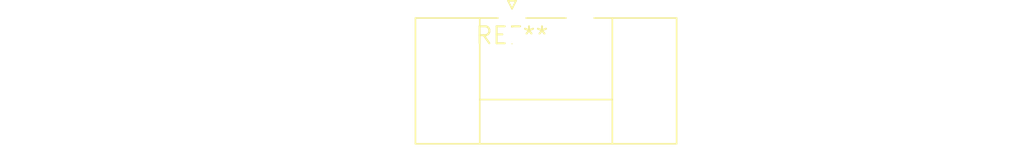
<source format=kicad_pcb>
(kicad_pcb (version 20240108) (generator pcbnew)
  (layers (0 "F.Cu" signal) (31 "B.Cu" signal) (34 "B.Paste" user) (35 "F.Paste" user) (36 "B.SilkS" user "B.Silkscreen") (37 "F.SilkS" user "F.Silkscreen") (38 "B.Mask" user) (39 "F.Mask" user) (44 "Edge.Cuts" user))
  (net 0 "")
  (footprint "PhoenixContact_MC_1,5_2-GF-5.08_1x02_P5.08mm_Horizontal_ThreadedFlange" (layer "F.Cu") (at 0 0)
    (property "Reference" "REF**")
    (property "Value" "PhoenixContact_MC_1,5_2-GF-5.08_1x02_P5.08mm_Horizontal_ThreadedFlange")
    (fp_line (start -7.21 -1.31) (end -7.21 8.11) (layer "F.SilkS") (stroke (width 0.12)))
    (fp_line (start -7.21 -1.31) (end -1.05 -1.31) (layer "F.SilkS") (stroke (width 0.12)))
    (fp_line (start -7.21 8.11) (end 12.29 8.11) (layer "F.SilkS") (stroke (width 0.12)))
    (fp_line (start -2.41 -1.31) (end -2.41 8.11) (layer "F.SilkS") (stroke (width 0.12)))
    (fp_line (start -2.41 4.8) (end 7.49 4.8) (layer "F.SilkS") (stroke (width 0.12)))
    (fp_line (start -0.3 -2.6) (end 0.3 -2.6) (layer "F.SilkS") (stroke (width 0.12)))
    (fp_line (start 0 -2) (end -0.3 -2.6) (layer "F.SilkS") (stroke (width 0.12)))
    (fp_line (start 0.3 -2.6) (end 0 -2) (layer "F.SilkS") (stroke (width 0.12)))
    (fp_line (start 1.05 -1.31) (end 4.03 -1.31) (layer "F.SilkS") (stroke (width 0.12)))
    (fp_line (start 7.49 -1.31) (end 7.49 8.11) (layer "F.SilkS") (stroke (width 0.12)))
    (fp_line (start 12.29 -1.31) (end 6.13 -1.31) (layer "F.SilkS") (stroke (width 0.12)))
    (fp_line (start 12.29 8.11) (end 12.29 -1.31) (layer "F.SilkS") (stroke (width 0.12)))
    (pad "1" thru_hole roundrect (at 0 0) (size 1.8 3.6) (drill 1.2) (layers *.Cu *.Mask) (remove_unused_layers) (roundrect_rratio 0.138889))
    (pad "2" thru_hole oval (at 5.08 0) (size 1.8 3.6) (drill 1.2) (layers *.Cu *.Mask) (remove_unused_layers))
  )
)
</source>
